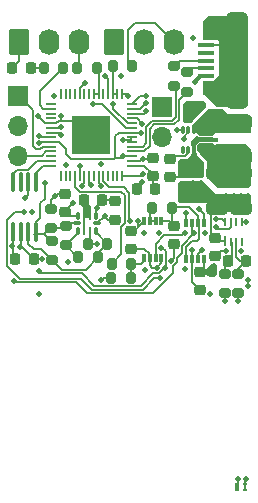
<source format=gtl>
G04 #@! TF.GenerationSoftware,KiCad,Pcbnew,(6.0.7)*
G04 #@! TF.CreationDate,2022-10-27T11:55:22+02:00*
G04 #@! TF.ProjectId,soilMoistureSensor,736f696c-4d6f-4697-9374-75726553656e,rev?*
G04 #@! TF.SameCoordinates,Original*
G04 #@! TF.FileFunction,Copper,L1,Top*
G04 #@! TF.FilePolarity,Positive*
%FSLAX46Y46*%
G04 Gerber Fmt 4.6, Leading zero omitted, Abs format (unit mm)*
G04 Created by KiCad (PCBNEW (6.0.7)) date 2022-10-27 11:55:22*
%MOMM*%
%LPD*%
G01*
G04 APERTURE LIST*
G04 Aperture macros list*
%AMRoundRect*
0 Rectangle with rounded corners*
0 $1 Rounding radius*
0 $2 $3 $4 $5 $6 $7 $8 $9 X,Y pos of 4 corners*
0 Add a 4 corners polygon primitive as box body*
4,1,4,$2,$3,$4,$5,$6,$7,$8,$9,$2,$3,0*
0 Add four circle primitives for the rounded corners*
1,1,$1+$1,$2,$3*
1,1,$1+$1,$4,$5*
1,1,$1+$1,$6,$7*
1,1,$1+$1,$8,$9*
0 Add four rect primitives between the rounded corners*
20,1,$1+$1,$2,$3,$4,$5,0*
20,1,$1+$1,$4,$5,$6,$7,0*
20,1,$1+$1,$6,$7,$8,$9,0*
20,1,$1+$1,$8,$9,$2,$3,0*%
G04 Aperture macros list end*
G04 #@! TA.AperFunction,SMDPad,CuDef*
%ADD10RoundRect,0.250000X-0.650000X0.325000X-0.650000X-0.325000X0.650000X-0.325000X0.650000X0.325000X0*%
G04 #@! TD*
G04 #@! TA.AperFunction,SMDPad,CuDef*
%ADD11RoundRect,0.225000X-0.225000X-0.250000X0.225000X-0.250000X0.225000X0.250000X-0.225000X0.250000X0*%
G04 #@! TD*
G04 #@! TA.AperFunction,SMDPad,CuDef*
%ADD12RoundRect,0.250000X1.100000X-0.325000X1.100000X0.325000X-1.100000X0.325000X-1.100000X-0.325000X0*%
G04 #@! TD*
G04 #@! TA.AperFunction,SMDPad,CuDef*
%ADD13RoundRect,0.200000X-0.275000X0.200000X-0.275000X-0.200000X0.275000X-0.200000X0.275000X0.200000X0*%
G04 #@! TD*
G04 #@! TA.AperFunction,SMDPad,CuDef*
%ADD14R,0.300000X0.800000*%
G04 #@! TD*
G04 #@! TA.AperFunction,SMDPad,CuDef*
%ADD15RoundRect,0.200000X0.200000X0.275000X-0.200000X0.275000X-0.200000X-0.275000X0.200000X-0.275000X0*%
G04 #@! TD*
G04 #@! TA.AperFunction,SMDPad,CuDef*
%ADD16RoundRect,0.200000X-0.200000X-0.275000X0.200000X-0.275000X0.200000X0.275000X-0.200000X0.275000X0*%
G04 #@! TD*
G04 #@! TA.AperFunction,SMDPad,CuDef*
%ADD17RoundRect,0.225000X0.250000X-0.225000X0.250000X0.225000X-0.250000X0.225000X-0.250000X-0.225000X0*%
G04 #@! TD*
G04 #@! TA.AperFunction,SMDPad,CuDef*
%ADD18R,1.400000X0.400000*%
G04 #@! TD*
G04 #@! TA.AperFunction,ComponentPad*
%ADD19O,1.900000X1.050000*%
G04 #@! TD*
G04 #@! TA.AperFunction,SMDPad,CuDef*
%ADD20R,1.450000X1.150000*%
G04 #@! TD*
G04 #@! TA.AperFunction,SMDPad,CuDef*
%ADD21R,1.900000X1.750000*%
G04 #@! TD*
G04 #@! TA.AperFunction,SMDPad,CuDef*
%ADD22RoundRect,0.218750X0.218750X0.381250X-0.218750X0.381250X-0.218750X-0.381250X0.218750X-0.381250X0*%
G04 #@! TD*
G04 #@! TA.AperFunction,SMDPad,CuDef*
%ADD23RoundRect,0.225000X-0.250000X0.225000X-0.250000X-0.225000X0.250000X-0.225000X0.250000X0.225000X0*%
G04 #@! TD*
G04 #@! TA.AperFunction,SMDPad,CuDef*
%ADD24RoundRect,0.250000X-0.850000X0.375000X-0.850000X-0.375000X0.850000X-0.375000X0.850000X0.375000X0*%
G04 #@! TD*
G04 #@! TA.AperFunction,SMDPad,CuDef*
%ADD25RoundRect,0.100000X0.100000X-0.712500X0.100000X0.712500X-0.100000X0.712500X-0.100000X-0.712500X0*%
G04 #@! TD*
G04 #@! TA.AperFunction,SMDPad,CuDef*
%ADD26RoundRect,0.225000X0.225000X0.250000X-0.225000X0.250000X-0.225000X-0.250000X0.225000X-0.250000X0*%
G04 #@! TD*
G04 #@! TA.AperFunction,SMDPad,CuDef*
%ADD27RoundRect,0.062500X0.062500X-0.337500X0.062500X0.337500X-0.062500X0.337500X-0.062500X-0.337500X0*%
G04 #@! TD*
G04 #@! TA.AperFunction,SMDPad,CuDef*
%ADD28RoundRect,0.062500X0.062500X-0.287500X0.062500X0.287500X-0.062500X0.287500X-0.062500X-0.287500X0*%
G04 #@! TD*
G04 #@! TA.AperFunction,SMDPad,CuDef*
%ADD29RoundRect,0.218750X-0.218750X-0.256250X0.218750X-0.256250X0.218750X0.256250X-0.218750X0.256250X0*%
G04 #@! TD*
G04 #@! TA.AperFunction,SMDPad,CuDef*
%ADD30RoundRect,0.200000X-0.525000X0.200000X-0.525000X-0.200000X0.525000X-0.200000X0.525000X0.200000X0*%
G04 #@! TD*
G04 #@! TA.AperFunction,SMDPad,CuDef*
%ADD31RoundRect,0.075000X-0.075000X0.225000X-0.075000X-0.225000X0.075000X-0.225000X0.075000X0.225000X0*%
G04 #@! TD*
G04 #@! TA.AperFunction,SMDPad,CuDef*
%ADD32RoundRect,0.075000X-0.787500X0.075000X-0.787500X-0.075000X0.787500X-0.075000X0.787500X0.075000X0*%
G04 #@! TD*
G04 #@! TA.AperFunction,SMDPad,CuDef*
%ADD33RoundRect,0.200000X0.275000X-0.200000X0.275000X0.200000X-0.275000X0.200000X-0.275000X-0.200000X0*%
G04 #@! TD*
G04 #@! TA.AperFunction,SMDPad,CuDef*
%ADD34RoundRect,0.218750X0.256250X-0.218750X0.256250X0.218750X-0.256250X0.218750X-0.256250X-0.218750X0*%
G04 #@! TD*
G04 #@! TA.AperFunction,ComponentPad*
%ADD35R,1.700000X1.700000*%
G04 #@! TD*
G04 #@! TA.AperFunction,ComponentPad*
%ADD36O,1.700000X1.700000*%
G04 #@! TD*
G04 #@! TA.AperFunction,SMDPad,CuDef*
%ADD37RoundRect,0.050000X-0.050000X0.387500X-0.050000X-0.387500X0.050000X-0.387500X0.050000X0.387500X0*%
G04 #@! TD*
G04 #@! TA.AperFunction,SMDPad,CuDef*
%ADD38RoundRect,0.050000X-0.387500X0.050000X-0.387500X-0.050000X0.387500X-0.050000X0.387500X0.050000X0*%
G04 #@! TD*
G04 #@! TA.AperFunction,SMDPad,CuDef*
%ADD39R,3.200000X3.200000*%
G04 #@! TD*
G04 #@! TA.AperFunction,SMDPad,CuDef*
%ADD40R,0.400000X0.250000*%
G04 #@! TD*
G04 #@! TA.AperFunction,SMDPad,CuDef*
%ADD41R,0.400000X0.700000*%
G04 #@! TD*
G04 #@! TA.AperFunction,SMDPad,CuDef*
%ADD42RoundRect,0.062500X-0.062500X0.237500X-0.062500X-0.237500X0.062500X-0.237500X0.062500X0.237500X0*%
G04 #@! TD*
G04 #@! TA.AperFunction,SMDPad,CuDef*
%ADD43RoundRect,0.087500X-0.212500X0.087500X-0.212500X-0.087500X0.212500X-0.087500X0.212500X0.087500X0*%
G04 #@! TD*
G04 #@! TA.AperFunction,ComponentPad*
%ADD44RoundRect,0.250000X-0.620000X-0.845000X0.620000X-0.845000X0.620000X0.845000X-0.620000X0.845000X0*%
G04 #@! TD*
G04 #@! TA.AperFunction,ComponentPad*
%ADD45O,1.740000X2.190000*%
G04 #@! TD*
G04 #@! TA.AperFunction,ViaPad*
%ADD46C,0.500000*%
G04 #@! TD*
G04 #@! TA.AperFunction,Conductor*
%ADD47C,0.127000*%
G04 #@! TD*
G04 #@! TA.AperFunction,Conductor*
%ADD48C,0.200000*%
G04 #@! TD*
G04 #@! TA.AperFunction,Conductor*
%ADD49C,0.500000*%
G04 #@! TD*
G04 #@! TA.AperFunction,Conductor*
%ADD50C,0.300000*%
G04 #@! TD*
G04 APERTURE END LIST*
D10*
X233300000Y-52425000D03*
X233300000Y-55375000D03*
D11*
X216225000Y-59700000D03*
X217775000Y-59700000D03*
D12*
X234900000Y-51075000D03*
X234900000Y-48125000D03*
D13*
X219300000Y-58150000D03*
X219300000Y-59800000D03*
D14*
X232196428Y-56625000D03*
X231696428Y-56625000D03*
X231196428Y-56625000D03*
X230696428Y-56625000D03*
X230696428Y-59725000D03*
X231196428Y-59725000D03*
X231696428Y-59725000D03*
X232196428Y-59725000D03*
D15*
X224021428Y-58400000D03*
X222371428Y-58400000D03*
D16*
X224375000Y-60100000D03*
X226025000Y-60100000D03*
D17*
X229300000Y-52775000D03*
X229300000Y-51225000D03*
D18*
X232350000Y-44200000D03*
X232350000Y-43550000D03*
X232350000Y-42900000D03*
X232350000Y-42250000D03*
X232350000Y-41600000D03*
D19*
X235000000Y-46475000D03*
D20*
X232770000Y-40580000D03*
X232770000Y-45220000D03*
D19*
X235000000Y-39325000D03*
D21*
X235000000Y-44025000D03*
X235000000Y-41775000D03*
D15*
X226000000Y-61300000D03*
X224350000Y-61300000D03*
D11*
X234225000Y-59850000D03*
X235775000Y-59850000D03*
D22*
X232962500Y-47600000D03*
X230837500Y-47600000D03*
D23*
X233150000Y-57925000D03*
X233150000Y-59475000D03*
D17*
X220446428Y-55750000D03*
X220446428Y-54200000D03*
D13*
X219246428Y-55450000D03*
X219246428Y-57100000D03*
D24*
X231100000Y-52225000D03*
X231100000Y-54375000D03*
D25*
X216025000Y-57432500D03*
X216675000Y-57432500D03*
X217325000Y-57432500D03*
X217975000Y-57432500D03*
X217975000Y-53207500D03*
X217325000Y-53207500D03*
X216675000Y-53207500D03*
X216025000Y-53207500D03*
D26*
X228075000Y-53800000D03*
X226525000Y-53800000D03*
D15*
X220290476Y-43500000D03*
X218640476Y-43500000D03*
D27*
X233950000Y-58200000D03*
D28*
X234450000Y-58250000D03*
X234950000Y-58250000D03*
X235450000Y-58250000D03*
X235450000Y-56550000D03*
X234950000Y-56550000D03*
X234450000Y-56550000D03*
X233950000Y-56550000D03*
D29*
X215977976Y-43500000D03*
X217552976Y-43500000D03*
D13*
X229700000Y-43375000D03*
X229700000Y-45025000D03*
D30*
X232387500Y-48850000D03*
D31*
X231337500Y-48750000D03*
X230887500Y-48750000D03*
X230437500Y-48750000D03*
X230437500Y-50450000D03*
X230887500Y-50450000D03*
X231337500Y-50450000D03*
D30*
X232387500Y-50350000D03*
D32*
X232525000Y-49600000D03*
D33*
X233950000Y-62625000D03*
X233950000Y-60975000D03*
D34*
X227900000Y-52687500D03*
X227900000Y-51112500D03*
D10*
X235300000Y-52425000D03*
X235300000Y-55375000D03*
D23*
X229646428Y-56900000D03*
X229646428Y-58450000D03*
D13*
X230800000Y-43875000D03*
X230800000Y-45525000D03*
D23*
X226046428Y-57300000D03*
X226046428Y-58850000D03*
D14*
X227096428Y-59625000D03*
X227596428Y-59625000D03*
X228096428Y-59625000D03*
X228596428Y-59625000D03*
X228596428Y-56525000D03*
X228096428Y-56525000D03*
X227596428Y-56525000D03*
X227096428Y-56525000D03*
D16*
X221450000Y-43500000D03*
X223100000Y-43500000D03*
D35*
X216475000Y-45875000D03*
D36*
X216475000Y-48415000D03*
X216475000Y-50955000D03*
D16*
X221575000Y-59500000D03*
X223225000Y-59500000D03*
D23*
X231900000Y-60775000D03*
X231900000Y-62325000D03*
D17*
X224700000Y-56375000D03*
X224700000Y-54825000D03*
D33*
X235100000Y-62625000D03*
X235100000Y-60975000D03*
D37*
X225275000Y-45762500D03*
X224875000Y-45762500D03*
X224475000Y-45762500D03*
X224075000Y-45762500D03*
X223675000Y-45762500D03*
X223275000Y-45762500D03*
X222875000Y-45762500D03*
X222475000Y-45762500D03*
X222075000Y-45762500D03*
X221675000Y-45762500D03*
X221275000Y-45762500D03*
X220875000Y-45762500D03*
X220475000Y-45762500D03*
X220075000Y-45762500D03*
D38*
X219237500Y-46600000D03*
X219237500Y-47000000D03*
X219237500Y-47400000D03*
X219237500Y-47800000D03*
X219237500Y-48200000D03*
X219237500Y-48600000D03*
X219237500Y-49000000D03*
X219237500Y-49400000D03*
X219237500Y-49800000D03*
X219237500Y-50200000D03*
X219237500Y-50600000D03*
X219237500Y-51000000D03*
X219237500Y-51400000D03*
X219237500Y-51800000D03*
D37*
X220075000Y-52637500D03*
X220475000Y-52637500D03*
X220875000Y-52637500D03*
X221275000Y-52637500D03*
X221675000Y-52637500D03*
X222075000Y-52637500D03*
X222475000Y-52637500D03*
X222875000Y-52637500D03*
X223275000Y-52637500D03*
X223675000Y-52637500D03*
X224075000Y-52637500D03*
X224475000Y-52637500D03*
X224875000Y-52637500D03*
X225275000Y-52637500D03*
D38*
X226112500Y-51800000D03*
X226112500Y-51400000D03*
X226112500Y-51000000D03*
X226112500Y-50600000D03*
X226112500Y-50200000D03*
X226112500Y-49800000D03*
X226112500Y-49400000D03*
X226112500Y-49000000D03*
X226112500Y-48600000D03*
X226112500Y-48200000D03*
X226112500Y-47800000D03*
X226112500Y-47400000D03*
X226112500Y-47000000D03*
X226112500Y-46600000D03*
D39*
X222675000Y-49200000D03*
D40*
X235700000Y-79225000D03*
X235700000Y-78775000D03*
D41*
X235000000Y-79000000D03*
D15*
X226125000Y-43400000D03*
X224475000Y-43400000D03*
D11*
X222025000Y-54700000D03*
X223575000Y-54700000D03*
D15*
X229471428Y-55375000D03*
X227821428Y-55375000D03*
D13*
X220496428Y-56875000D03*
X220496428Y-58525000D03*
D31*
X223046428Y-56075000D03*
D42*
X222546428Y-56075000D03*
X222046428Y-56075000D03*
D31*
X221546428Y-56075000D03*
D43*
X221421428Y-56700000D03*
D31*
X221546428Y-57325000D03*
D42*
X222046428Y-57325000D03*
X222546428Y-57325000D03*
D31*
X223046428Y-57325000D03*
D43*
X223171428Y-56700000D03*
D35*
X228650000Y-46850000D03*
D36*
X228650000Y-49390000D03*
D44*
X224575000Y-41320000D03*
D45*
X227115000Y-41320000D03*
X229655000Y-41320000D03*
D44*
X216575000Y-41320000D03*
D45*
X219115000Y-41320000D03*
X221655000Y-41320000D03*
D46*
X220100000Y-48500000D03*
X216660000Y-58711127D03*
X218448500Y-59700000D03*
X223100000Y-55400000D03*
X234100000Y-58998500D03*
X226950000Y-53150000D03*
X233200000Y-51300000D03*
X219564176Y-54391471D03*
X227100000Y-57500000D03*
X220492623Y-51723186D03*
X235900000Y-62000000D03*
X218140000Y-47600000D03*
X235350000Y-59000000D03*
X232250000Y-57500000D03*
X223500000Y-51700000D03*
X223500000Y-49700000D03*
X234700000Y-53400000D03*
X235900000Y-61501500D03*
X229390000Y-59867010D03*
X228400000Y-57500000D03*
X235300000Y-53400000D03*
X232600000Y-51300000D03*
X231188873Y-58911127D03*
X225200000Y-44200000D03*
X228238873Y-60438873D03*
X220100000Y-47600000D03*
X223400000Y-48700000D03*
X235900000Y-53400000D03*
X234100000Y-53400000D03*
X232700000Y-39600000D03*
X230700000Y-55800000D03*
X235700000Y-40500000D03*
X223500000Y-61500000D03*
X219500000Y-45900000D03*
X235746500Y-56550000D03*
X215973373Y-58573373D03*
X234100000Y-54400000D03*
X231950000Y-53300000D03*
X235300000Y-54400000D03*
X227000000Y-52500000D03*
X225773498Y-45900000D03*
X221700000Y-51800000D03*
X234700000Y-54400000D03*
X227000000Y-51200000D03*
X222100000Y-44800000D03*
X231250000Y-53300000D03*
X225326500Y-49600000D03*
X218200000Y-49300000D03*
X235900000Y-54400000D03*
X232100000Y-46600000D03*
X230900000Y-46600000D03*
X231500000Y-46600000D03*
X231300000Y-41000000D03*
X225326500Y-51000000D03*
X218200000Y-49926503D03*
X226860000Y-49000000D03*
X229900000Y-48800000D03*
X230500000Y-49550000D03*
X233062500Y-60937500D03*
X220700000Y-60000000D03*
X226600000Y-56500000D03*
X222300000Y-55400000D03*
X231760000Y-55500000D03*
X227200000Y-60600000D03*
X233050000Y-60301500D03*
X217630000Y-55740000D03*
X230588873Y-60538873D03*
X231400000Y-44700000D03*
X220098498Y-49200000D03*
X227299959Y-45891483D03*
X227302996Y-46517978D03*
X227299771Y-47200000D03*
X226933897Y-48255931D03*
X224500000Y-46600000D03*
X222800000Y-46600000D03*
X223488873Y-53511127D03*
X221850000Y-53500000D03*
X233250000Y-57000000D03*
X222650000Y-53450000D03*
X233250000Y-56350000D03*
X225974072Y-56473159D03*
X223100000Y-58400000D03*
X216100000Y-61600000D03*
X231360000Y-57500000D03*
X232069373Y-58948498D03*
X218200000Y-60700000D03*
X228865271Y-60450278D03*
X228550000Y-58777070D03*
X216960000Y-55740000D03*
X228506716Y-61326863D03*
X218700000Y-53300000D03*
X221100000Y-54960000D03*
X223788873Y-56088873D03*
X217040000Y-54550000D03*
X232750000Y-62700000D03*
X218200000Y-62700000D03*
X230600000Y-57500000D03*
X223800000Y-44200000D03*
X235100000Y-63250000D03*
X235750000Y-78300000D03*
X235050000Y-78300000D03*
X233950000Y-63250000D03*
D47*
X219237500Y-48600000D02*
X220000000Y-48600000D01*
X220000000Y-48600000D02*
X220100000Y-48500000D01*
X230696428Y-55803572D02*
X230700000Y-55800000D01*
X235300000Y-51475000D02*
X234900000Y-51075000D01*
X235300000Y-52800000D02*
X235900000Y-53400000D01*
X235746500Y-56550000D02*
X235450000Y-56550000D01*
X224350000Y-61300000D02*
X223700000Y-61300000D01*
X232700000Y-39600000D02*
X232700000Y-40710000D01*
X229646428Y-59610582D02*
X229646428Y-58450000D01*
X227838873Y-60438873D02*
X227596428Y-60196428D01*
X227596428Y-59296428D02*
X227596428Y-59625000D01*
X219237500Y-48200000D02*
X218740000Y-48200000D01*
X215977976Y-43500000D02*
X216575000Y-42902976D01*
X227150000Y-58850000D02*
X227596428Y-59296428D01*
X233300000Y-52425000D02*
X235300000Y-52425000D01*
X231196428Y-59725000D02*
X231196428Y-58918682D01*
X219700000Y-48200000D02*
X219900000Y-48000000D01*
X228238873Y-60438873D02*
X228596428Y-60081318D01*
X233300000Y-52425000D02*
X233300000Y-51400000D01*
X233120000Y-40780000D02*
X233050000Y-40710000D01*
X231196428Y-61646428D02*
X231196428Y-59725000D01*
X233150000Y-59450000D02*
X233150000Y-59475000D01*
X224275000Y-54700000D02*
X224700000Y-55125000D01*
X219246428Y-54709219D02*
X219755647Y-54200000D01*
X219237500Y-48200000D02*
X219700000Y-48200000D01*
X234025000Y-46675000D02*
X235000000Y-46675000D01*
X221475000Y-48000000D02*
X222675000Y-49200000D01*
X233601500Y-58998500D02*
X233150000Y-59450000D01*
X233300000Y-52425000D02*
X234100000Y-53225000D01*
X219246428Y-55450000D02*
X219246428Y-54709219D01*
X234975000Y-41600000D02*
X235350000Y-41975000D01*
X216675000Y-57587500D02*
X216675000Y-58600000D01*
X216575000Y-42902976D02*
X216575000Y-41320000D01*
X228238873Y-60438873D02*
X227838873Y-60438873D01*
X220446428Y-54200000D02*
X219755647Y-54200000D01*
X232387500Y-51087500D02*
X232600000Y-51300000D01*
X218740000Y-48200000D02*
X218140000Y-47600000D01*
X232387500Y-50350000D02*
X232387500Y-51087500D01*
X220100000Y-48000000D02*
X221475000Y-48000000D01*
X220100000Y-48000000D02*
X220100000Y-47600000D01*
X229390000Y-59867010D02*
X229646428Y-59610582D01*
X235000000Y-46675000D02*
X235000000Y-40600000D01*
X235300000Y-52425000D02*
X235300000Y-53400000D01*
X235420000Y-40780000D02*
X233120000Y-40780000D01*
X235300000Y-52425000D02*
X235300000Y-51475000D01*
X223046428Y-56075000D02*
X223046428Y-55453572D01*
X231900000Y-62325000D02*
X231875000Y-62325000D01*
X223046428Y-55453572D02*
X223500000Y-55000000D01*
X233300000Y-51400000D02*
X233200000Y-51300000D01*
X223675000Y-54700000D02*
X224275000Y-54700000D01*
X235300000Y-52425000D02*
X235300000Y-52800000D01*
X228596428Y-60081318D02*
X228596428Y-59625000D01*
X232770000Y-45420000D02*
X234025000Y-46675000D01*
X235700000Y-40500000D02*
X235420000Y-40780000D01*
X235700000Y-40500000D02*
X235600000Y-40600000D01*
X234100000Y-58998500D02*
X233601500Y-58998500D01*
X230696428Y-56625000D02*
X230696428Y-55803572D01*
X216675000Y-58600000D02*
X217775000Y-59700000D01*
X235300000Y-52800000D02*
X234700000Y-53400000D01*
X226046428Y-58850000D02*
X227150000Y-58850000D01*
X235000000Y-40600000D02*
X235000000Y-39525000D01*
X226950000Y-53150000D02*
X226525000Y-53575000D01*
X232900000Y-41600000D02*
X234975000Y-41600000D01*
X234100000Y-53225000D02*
X234100000Y-53400000D01*
X231875000Y-62325000D02*
X231196428Y-61646428D01*
X223700000Y-61300000D02*
X223500000Y-61500000D01*
X218448500Y-59700000D02*
X217775000Y-59700000D01*
X231196428Y-58918682D02*
X231188873Y-58911127D01*
X219755647Y-54200000D02*
X219564176Y-54391471D01*
X226525000Y-53575000D02*
X226525000Y-53800000D01*
X219900000Y-48000000D02*
X220100000Y-48000000D01*
X227596428Y-60196428D02*
X227596428Y-59625000D01*
X226862500Y-52637500D02*
X225275000Y-52637500D01*
X227000000Y-51200000D02*
X227812500Y-51200000D01*
X225275000Y-45762500D02*
X225635998Y-45762500D01*
X234975000Y-55375000D02*
X234700000Y-55100000D01*
X221675000Y-51825000D02*
X221700000Y-51800000D01*
X235300000Y-55375000D02*
X235300000Y-54400000D01*
X216025000Y-57587500D02*
X216025000Y-58625000D01*
X225912500Y-49600000D02*
X226112500Y-49800000D01*
X235900000Y-55000000D02*
X235900000Y-54400000D01*
X218300000Y-49400000D02*
X218200000Y-49300000D01*
X235300000Y-55375000D02*
X235525000Y-55375000D01*
X227000000Y-52500000D02*
X226862500Y-52637500D01*
X231100000Y-54375000D02*
X231100000Y-53450000D01*
X233425000Y-58200000D02*
X233150000Y-57925000D01*
X216025000Y-58625000D02*
X215973373Y-58573373D01*
X227812500Y-51200000D02*
X227900000Y-51112500D01*
X221675000Y-45225000D02*
X222100000Y-44800000D01*
X231950000Y-53300000D02*
X231950000Y-53525000D01*
X221675000Y-52637500D02*
X221675000Y-51825000D01*
X232800000Y-55875000D02*
X232800000Y-57575000D01*
X227000000Y-51200000D02*
X226800000Y-51400000D01*
X234700000Y-55100000D02*
X234700000Y-54400000D01*
X226800000Y-51400000D02*
X226112500Y-51400000D01*
X219237500Y-49400000D02*
X218300000Y-49400000D01*
X235300000Y-55375000D02*
X234975000Y-55375000D01*
X235800000Y-55100000D02*
X235900000Y-55000000D01*
X216025000Y-58625000D02*
X216025000Y-59500000D01*
X225635998Y-45762500D02*
X225773498Y-45900000D01*
X233950000Y-58200000D02*
X233425000Y-58200000D01*
X221675000Y-45762500D02*
X221675000Y-45225000D01*
X234100000Y-54400000D02*
X234100000Y-54575000D01*
X225912500Y-49600000D02*
X226112500Y-49400000D01*
X234100000Y-54575000D02*
X233300000Y-55375000D01*
X232800000Y-57575000D02*
X233150000Y-57925000D01*
X231950000Y-53525000D02*
X231100000Y-54375000D01*
X225326500Y-49600000D02*
X225912500Y-49600000D01*
X233300000Y-55375000D02*
X232800000Y-55875000D01*
X216025000Y-59500000D02*
X216225000Y-59700000D01*
X231100000Y-53450000D02*
X231250000Y-53300000D01*
X235525000Y-55375000D02*
X235800000Y-55100000D01*
X227900000Y-52550000D02*
X227900000Y-52687500D01*
X227875000Y-53900000D02*
X227875000Y-52712500D01*
X227150000Y-51800000D02*
X227900000Y-52550000D01*
X226112500Y-51800000D02*
X227150000Y-51800000D01*
X227875000Y-52712500D02*
X227900000Y-52687500D01*
X230837500Y-46662500D02*
X230900000Y-46600000D01*
X231500000Y-46600000D02*
X230837500Y-47262500D01*
X232100000Y-46600000D02*
X231100000Y-47600000D01*
X231500000Y-46600000D02*
X232100000Y-46600000D01*
X231100000Y-47600000D02*
X230837500Y-47600000D01*
X230837500Y-47600000D02*
X230837500Y-46662500D01*
X230837500Y-47262500D02*
X230837500Y-47600000D01*
D48*
X229300000Y-52775000D02*
X230550000Y-52775000D01*
D47*
X230525000Y-52800000D02*
X231100000Y-52225000D01*
X231100000Y-52225000D02*
X231337500Y-51987500D01*
X232525000Y-49600000D02*
X231600000Y-49600000D01*
X231600000Y-49600000D02*
X231337500Y-49862500D01*
X229575000Y-52800000D02*
X230525000Y-52800000D01*
X231337500Y-51987500D02*
X231337500Y-50450000D01*
X231337500Y-49862500D02*
X231337500Y-50450000D01*
D48*
X230550000Y-52775000D02*
X231100000Y-52225000D01*
X230614592Y-51000000D02*
X229525000Y-51000000D01*
X229525000Y-51000000D02*
X229300000Y-51225000D01*
X230887500Y-50727092D02*
X230614592Y-51000000D01*
X230887500Y-50450000D02*
X230887500Y-50727092D01*
X226112500Y-49000000D02*
X225000000Y-49000000D01*
X225203500Y-51123000D02*
X225326500Y-51000000D01*
X220900000Y-51200000D02*
X224600000Y-51200000D01*
X224677000Y-51123000D02*
X225203500Y-51123000D01*
X224600000Y-51200000D02*
X224677000Y-51123000D01*
D47*
X226112500Y-51000000D02*
X225326500Y-51000000D01*
D48*
X219237500Y-49800000D02*
X219900000Y-49800000D01*
D47*
X226112500Y-49000000D02*
X226860000Y-49000000D01*
D48*
X224700000Y-51100000D02*
X224677000Y-51123000D01*
D47*
X218326503Y-49800000D02*
X218200000Y-49926503D01*
D48*
X224700000Y-49300000D02*
X224700000Y-51100000D01*
X220500000Y-50800000D02*
X220900000Y-51200000D01*
X219900000Y-49800000D02*
X220500000Y-50400000D01*
X225000000Y-49000000D02*
X224700000Y-49300000D01*
D47*
X219237500Y-49800000D02*
X218326503Y-49800000D01*
D48*
X220500000Y-50400000D02*
X220500000Y-50800000D01*
D47*
X229900000Y-48800000D02*
X230387500Y-48800000D01*
X230387500Y-48800000D02*
X230437500Y-48750000D01*
X230500000Y-49550000D02*
X230500000Y-49362974D01*
X230500000Y-49362974D02*
X230887500Y-48975474D01*
X230887500Y-48975474D02*
X230887500Y-48750000D01*
D49*
X232575000Y-60775000D02*
X231900000Y-60775000D01*
D47*
X226321428Y-57300000D02*
X226710714Y-56910714D01*
X232196428Y-59725000D02*
X232196428Y-60478572D01*
X231760000Y-55500000D02*
X232196428Y-55936428D01*
X222546428Y-55325000D02*
X222221428Y-55000000D01*
X226600000Y-56500000D02*
X226600000Y-56800000D01*
X226710714Y-56910714D02*
X227096428Y-56525000D01*
X222300000Y-55400000D02*
X222246428Y-55453572D01*
X222246428Y-55453572D02*
X222046428Y-55453572D01*
X222046428Y-55175000D02*
X222221428Y-55000000D01*
D49*
X232575000Y-60775000D02*
X232737500Y-60937500D01*
X233048500Y-60301500D02*
X232575000Y-60775000D01*
D47*
X232196428Y-55936428D02*
X232196428Y-56625000D01*
X222046428Y-57325000D02*
X222046428Y-56075000D01*
D49*
X232737500Y-60937500D02*
X233062500Y-60937500D01*
D47*
X222046428Y-55453572D02*
X222046428Y-55175000D01*
X226046428Y-57300000D02*
X226321428Y-57300000D01*
X232196428Y-60478572D02*
X231900000Y-60775000D01*
D49*
X233050000Y-60301500D02*
X233050000Y-60925000D01*
X233050000Y-60301500D02*
X233048500Y-60301500D01*
D47*
X222046428Y-56075000D02*
X222046428Y-55453572D01*
X226600000Y-56800000D02*
X226710714Y-56910714D01*
X222546428Y-56075000D02*
X222546428Y-55325000D01*
D49*
X233050000Y-60925000D02*
X233062500Y-60937500D01*
D50*
X232350000Y-44200000D02*
X231900000Y-44200000D01*
X231900000Y-44200000D02*
X231400000Y-44700000D01*
D47*
X217552976Y-43500000D02*
X218640476Y-43500000D01*
X232150000Y-43550000D02*
X231125000Y-43550000D01*
X231125000Y-43550000D02*
X230800000Y-43875000D01*
X232150000Y-42900000D02*
X230175000Y-42900000D01*
X230175000Y-42900000D02*
X229700000Y-43375000D01*
X218349465Y-50400000D02*
X218000000Y-50400000D01*
X217700000Y-50100000D02*
X217700000Y-47100000D01*
X219237500Y-50200000D02*
X218549465Y-50200000D01*
X217700000Y-47100000D02*
X216475000Y-45875000D01*
X218000000Y-50400000D02*
X217700000Y-50100000D01*
X218549465Y-50200000D02*
X218349465Y-50400000D01*
X218504882Y-50955000D02*
X216475000Y-50955000D01*
X219237500Y-50600000D02*
X218859882Y-50600000D01*
X218859882Y-50600000D02*
X218504882Y-50955000D01*
X226100000Y-43400000D02*
X225800000Y-43100000D01*
X225800000Y-40300000D02*
X226400000Y-39700000D01*
X228035000Y-39700000D02*
X229655000Y-41320000D01*
X226400000Y-39700000D02*
X228035000Y-39700000D01*
X225800000Y-43100000D02*
X225800000Y-40300000D01*
X226125000Y-43400000D02*
X226100000Y-43400000D01*
X221450000Y-43500000D02*
X221655000Y-43295000D01*
X221655000Y-43295000D02*
X221655000Y-41320000D01*
X219237500Y-49000000D02*
X219898498Y-49000000D01*
X219898498Y-49000000D02*
X220098498Y-49200000D01*
X229800000Y-45125000D02*
X229700000Y-45025000D01*
X226112500Y-50200000D02*
X227000000Y-50200000D01*
X229500000Y-48000000D02*
X229800000Y-47700000D01*
X227000000Y-50200000D02*
X227300000Y-49900000D01*
X227800000Y-48000000D02*
X229500000Y-48000000D01*
X229800000Y-47700000D02*
X229800000Y-45125000D01*
X227300000Y-48500000D02*
X227800000Y-48000000D01*
X227300000Y-49900000D02*
X227300000Y-48500000D01*
X228000000Y-48300000D02*
X229700000Y-48300000D01*
X227600000Y-48700000D02*
X227600000Y-50100000D01*
X227100000Y-50600000D02*
X226112500Y-50600000D01*
X230100000Y-46225000D02*
X230800000Y-45525000D01*
X228000000Y-48300000D02*
X227600000Y-48700000D01*
X230100000Y-47900000D02*
X230100000Y-46225000D01*
X229700000Y-48300000D02*
X230100000Y-47900000D01*
X227600000Y-50100000D02*
X227100000Y-50600000D01*
X227299959Y-45891483D02*
X226821017Y-45891483D01*
X226821017Y-45891483D02*
X226112500Y-46600000D01*
X219237500Y-47000000D02*
X218600000Y-47000000D01*
X218300000Y-45490476D02*
X220290476Y-43500000D01*
X218300000Y-46700000D02*
X218300000Y-45490476D01*
X218600000Y-47000000D02*
X218300000Y-46700000D01*
X224475000Y-45762500D02*
X224475000Y-43900000D01*
X224475000Y-45762500D02*
X224875000Y-45762500D01*
X222875000Y-45762500D02*
X223275000Y-45762500D01*
X223275000Y-43675000D02*
X223100000Y-43500000D01*
X223275000Y-45762500D02*
X223275000Y-43675000D01*
X226112500Y-47000000D02*
X226820974Y-47000000D01*
X226820974Y-47000000D02*
X227302996Y-46517978D01*
X227099771Y-47400000D02*
X226112500Y-47400000D01*
X227299771Y-47200000D02*
X227099771Y-47400000D01*
X226490118Y-47800000D02*
X226112500Y-47800000D01*
X226933897Y-48255931D02*
X226933897Y-48243779D01*
X226933897Y-48243779D02*
X226490118Y-47800000D01*
X224500000Y-46600000D02*
X224500000Y-46965118D01*
X224500000Y-46965118D02*
X225734882Y-48200000D01*
X225734882Y-48200000D02*
X226112500Y-48200000D01*
X226112500Y-48600000D02*
X225600000Y-48600000D01*
X223600000Y-46600000D02*
X222800000Y-46600000D01*
X225600000Y-48600000D02*
X223600000Y-46600000D01*
X216025000Y-52525000D02*
X216025000Y-53362500D01*
X218100000Y-51400000D02*
X217330000Y-52170000D01*
X216380000Y-52170000D02*
X216025000Y-52525000D01*
X217330000Y-52170000D02*
X216380000Y-52170000D01*
X219237500Y-51400000D02*
X218100000Y-51400000D01*
X217975000Y-53362500D02*
X217975000Y-52425000D01*
X217975000Y-52425000D02*
X218600000Y-51800000D01*
X218600000Y-51800000D02*
X219237500Y-51800000D01*
X223275000Y-52637500D02*
X223275000Y-53297254D01*
X223275000Y-53297254D02*
X223488873Y-53511127D01*
X226903572Y-60100000D02*
X227096428Y-59907144D01*
X226025000Y-60100000D02*
X226903572Y-60100000D01*
X226000000Y-61300000D02*
X226000000Y-60125000D01*
X227096428Y-59907144D02*
X227096428Y-59625000D01*
X226000000Y-60125000D02*
X226025000Y-60100000D01*
X234450000Y-57000000D02*
X234300000Y-57150000D01*
X234450000Y-56550000D02*
X234450000Y-57000000D01*
X222075000Y-53275000D02*
X221850000Y-53500000D01*
X234300000Y-57150000D02*
X233400000Y-57150000D01*
X233400000Y-57150000D02*
X233250000Y-57000000D01*
X222075000Y-52637500D02*
X222075000Y-53275000D01*
X233750000Y-56350000D02*
X233950000Y-56550000D01*
X233250000Y-56350000D02*
X233750000Y-56350000D01*
X222475000Y-53275000D02*
X222650000Y-53450000D01*
X222475000Y-52637500D02*
X222475000Y-53275000D01*
X224200000Y-53600000D02*
X223675000Y-53075000D01*
X223675000Y-53075000D02*
X223675000Y-52637500D01*
X222371428Y-58400000D02*
X223100000Y-58400000D01*
X222546428Y-58225000D02*
X222371428Y-58400000D01*
X225884500Y-54084500D02*
X225400000Y-53600000D01*
X225974072Y-56473159D02*
X225884500Y-56383587D01*
X225400000Y-53600000D02*
X224200000Y-53600000D01*
X222546428Y-57325000D02*
X222546428Y-58225000D01*
X225884500Y-56383587D02*
X225884500Y-54084500D01*
X229572462Y-60884079D02*
X227856541Y-62600000D01*
X229572462Y-60307510D02*
X229572462Y-60884079D01*
X229900428Y-59979544D02*
X229572462Y-60307510D01*
X230311928Y-58588072D02*
X230311928Y-59188072D01*
X221354000Y-61654000D02*
X216154000Y-61654000D01*
X231360000Y-57500000D02*
X231360000Y-57540000D01*
X222300000Y-62600000D02*
X221354000Y-61654000D01*
X231196428Y-57336428D02*
X231196428Y-56625000D01*
X229900428Y-59599572D02*
X229900428Y-59979544D01*
X231360000Y-57540000D02*
X230311928Y-58588072D01*
X230311928Y-59188072D02*
X229900428Y-59599572D01*
X227856541Y-62600000D02*
X222300000Y-62600000D01*
X216154000Y-61654000D02*
X216100000Y-61600000D01*
X231360000Y-57500000D02*
X231196428Y-57336428D01*
X231696428Y-56625000D02*
X231696428Y-56096428D01*
X230696428Y-58703572D02*
X231200000Y-58200000D01*
X231800000Y-58000000D02*
X231800000Y-56728572D01*
X231800000Y-56728572D02*
X231696428Y-56625000D01*
X231696428Y-56096428D02*
X230900000Y-55300000D01*
X229500000Y-56753572D02*
X229646428Y-56900000D01*
X228596428Y-56525000D02*
X229271428Y-56525000D01*
X229500000Y-55300000D02*
X229500000Y-56753572D01*
X231200000Y-58200000D02*
X231600000Y-58200000D01*
X230696428Y-59725000D02*
X230696428Y-58703572D01*
X229271428Y-56525000D02*
X229646428Y-56900000D01*
X231600000Y-58200000D02*
X231800000Y-58000000D01*
X230900000Y-55300000D02*
X229500000Y-55300000D01*
X229471428Y-56725000D02*
X229646428Y-56900000D01*
X229471428Y-55175000D02*
X229471428Y-56725000D01*
X227596428Y-55600000D02*
X227821428Y-55375000D01*
X228096428Y-56525000D02*
X227596428Y-56525000D01*
X227596428Y-56525000D02*
X227596428Y-55600000D01*
X232069373Y-58948498D02*
X231696428Y-59321443D01*
X231696428Y-59321443D02*
X231696428Y-59725000D01*
X221850000Y-60900000D02*
X218400000Y-60900000D01*
X218400000Y-60900000D02*
X218200000Y-60700000D01*
X228865271Y-60450278D02*
X228849722Y-60450278D01*
X228400000Y-60900000D02*
X227900000Y-60900000D01*
X228849722Y-60450278D02*
X228400000Y-60900000D01*
X222915500Y-61965500D02*
X221850000Y-60900000D01*
X228550000Y-58777070D02*
X228677070Y-58777070D01*
X228950000Y-60365549D02*
X228865271Y-60450278D01*
X228677070Y-58777070D02*
X228950000Y-59050000D01*
X226834500Y-61965500D02*
X222915500Y-61965500D01*
X228950000Y-59050000D02*
X228950000Y-60365549D01*
X227900000Y-60900000D02*
X226834500Y-61965500D01*
X216960000Y-55740000D02*
X216160000Y-55740000D01*
X227973137Y-61326863D02*
X228506716Y-61326863D01*
X216160000Y-55740000D02*
X215513500Y-56386500D01*
X216600000Y-61400000D02*
X221800000Y-61400000D01*
X222700000Y-62300000D02*
X227000000Y-62300000D01*
X215513500Y-60313500D02*
X216600000Y-61400000D01*
X227000000Y-62300000D02*
X227973137Y-61326863D01*
X215513500Y-56386500D02*
X215513500Y-60313500D01*
X221800000Y-61400000D02*
X222700000Y-62300000D01*
X219171428Y-57100000D02*
X218683928Y-57587500D01*
X220271428Y-57100000D02*
X220496428Y-56875000D01*
X219246428Y-57100000D02*
X219171428Y-57100000D01*
X219246428Y-57100000D02*
X220271428Y-57100000D01*
X221421428Y-56700000D02*
X220671428Y-56700000D01*
X217821428Y-57587500D02*
X218683928Y-57587500D01*
X218300000Y-55000000D02*
X218700000Y-54600000D01*
X218700000Y-54600000D02*
X218700000Y-53300000D01*
X220671428Y-56700000D02*
X220496428Y-56875000D01*
X218683928Y-57587500D02*
X219246428Y-58150000D01*
X217975000Y-57587500D02*
X217975000Y-56575000D01*
X218300000Y-56250000D02*
X218300000Y-55000000D01*
X217975000Y-56575000D02*
X218300000Y-56250000D01*
X220771428Y-56075000D02*
X220446428Y-55750000D01*
X221546428Y-56075000D02*
X220771428Y-56075000D01*
X220446428Y-55613572D02*
X220446428Y-55750000D01*
X221100000Y-54960000D02*
X220446428Y-55613572D01*
X221471428Y-59500000D02*
X220496428Y-58525000D01*
X220496428Y-58525000D02*
X221546428Y-57475000D01*
X221546428Y-57475000D02*
X221546428Y-57325000D01*
X223788873Y-56088873D02*
X223782555Y-56088873D01*
X224075000Y-56375000D02*
X224800000Y-56375000D01*
X223788873Y-56088873D02*
X224075000Y-56375000D01*
X223782555Y-56088873D02*
X223171428Y-56700000D01*
X217040000Y-54550000D02*
X217325000Y-54265000D01*
X217325000Y-54265000D02*
X217325000Y-53362500D01*
X222200000Y-60600000D02*
X223225000Y-59575000D01*
X217325000Y-57587500D02*
X217325000Y-58425000D01*
X219350000Y-59800000D02*
X220150000Y-60600000D01*
X217325000Y-58425000D02*
X217800000Y-58900000D01*
X219300000Y-59800000D02*
X219350000Y-59800000D01*
X223225000Y-59575000D02*
X223225000Y-59500000D01*
X223046428Y-57451786D02*
X223046428Y-57325000D01*
X224021428Y-58400000D02*
X223994642Y-58400000D01*
X220150000Y-60600000D02*
X222200000Y-60600000D01*
X219246428Y-59746428D02*
X219246428Y-59800000D01*
X218400000Y-58900000D02*
X219246428Y-59746428D01*
X223121428Y-59300000D02*
X224021428Y-58400000D01*
X223994642Y-58400000D02*
X223046428Y-57451786D01*
X223121428Y-59600000D02*
X223121428Y-59300000D01*
X217800000Y-58900000D02*
X218400000Y-58900000D01*
X228838165Y-57700000D02*
X228096428Y-58441737D01*
X230600000Y-57500000D02*
X230500000Y-57500000D01*
X228096428Y-58441737D02*
X228096428Y-59625000D01*
X230500000Y-57500000D02*
X230300000Y-57700000D01*
X230300000Y-57700000D02*
X228838165Y-57700000D01*
X221700000Y-54000000D02*
X221275000Y-53575000D01*
X225200000Y-57000000D02*
X225500000Y-56700000D01*
X225500000Y-54300000D02*
X225200000Y-54000000D01*
X224375000Y-60100000D02*
X225200000Y-59275000D01*
X225500000Y-56700000D02*
X225500000Y-54300000D01*
X221275000Y-53575000D02*
X221275000Y-52637500D01*
X225200000Y-54000000D02*
X221700000Y-54000000D01*
X225200000Y-59275000D02*
X225200000Y-57000000D01*
X232387500Y-48850000D02*
X232387500Y-48175000D01*
X232962500Y-47600000D02*
X233487500Y-48125000D01*
X231337500Y-48750000D02*
X232287500Y-48750000D01*
X232287500Y-48750000D02*
X232387500Y-48850000D01*
X232387500Y-48175000D02*
X232962500Y-47600000D01*
X233487500Y-48125000D02*
X234900000Y-48125000D01*
X224075000Y-44475000D02*
X224075000Y-45762500D01*
X223800000Y-44200000D02*
X224075000Y-44475000D01*
X234550000Y-59525000D02*
X234550000Y-58350000D01*
X233950000Y-60975000D02*
X233950000Y-60125000D01*
X233950000Y-60125000D02*
X234225000Y-59850000D01*
X234225000Y-59850000D02*
X234550000Y-59525000D01*
X234550000Y-58350000D02*
X234450000Y-58250000D01*
X234909500Y-58290500D02*
X234909500Y-59509500D01*
X235100000Y-60975000D02*
X235100000Y-60525000D01*
X234909500Y-59509500D02*
X235250000Y-59850000D01*
X234950000Y-58250000D02*
X234909500Y-58290500D01*
X235250000Y-59850000D02*
X235775000Y-59850000D01*
X235100000Y-60525000D02*
X235775000Y-59850000D01*
X235700000Y-79225000D02*
X235700000Y-78350000D01*
X235700000Y-78350000D02*
X235750000Y-78300000D01*
X235100000Y-63250000D02*
X235100000Y-62625000D01*
X235050000Y-78300000D02*
X235050000Y-78950000D01*
X233950000Y-62775000D02*
X233800000Y-62625000D01*
X235050000Y-78950000D02*
X235000000Y-79000000D01*
X233950000Y-63250000D02*
X233950000Y-62775000D01*
G04 #@! TA.AperFunction,Conductor*
G36*
X233818306Y-47018306D02*
G01*
X234200000Y-47400000D01*
X235874112Y-47400000D01*
X235918306Y-47418306D01*
X236181694Y-47681694D01*
X236200000Y-47725888D01*
X236200000Y-48937500D01*
X236181694Y-48981694D01*
X236137500Y-49000000D01*
X231262500Y-49000000D01*
X231218306Y-48981694D01*
X231200000Y-48937500D01*
X231200000Y-48425888D01*
X231218306Y-48381694D01*
X232581694Y-47018306D01*
X232625888Y-47000000D01*
X233774112Y-47000000D01*
X233818306Y-47018306D01*
G37*
G04 #@! TD.AperFunction*
G04 #@! TA.AperFunction,Conductor*
G36*
X232218306Y-46318306D02*
G01*
X232381694Y-46481694D01*
X232400000Y-46525888D01*
X232400000Y-46774112D01*
X232381694Y-46818306D01*
X231244194Y-47955806D01*
X231200000Y-47974112D01*
X231155806Y-47955806D01*
X230418306Y-47218306D01*
X230400000Y-47174112D01*
X230400000Y-46625888D01*
X230418306Y-46581694D01*
X230681694Y-46318306D01*
X230725888Y-46300000D01*
X232174112Y-46300000D01*
X232218306Y-46318306D01*
G37*
G04 #@! TD.AperFunction*
G04 #@! TA.AperFunction,Conductor*
G36*
X232115931Y-53120002D02*
G01*
X232136905Y-53136905D01*
X233200000Y-54200000D01*
X235947810Y-54200000D01*
X236015931Y-54220002D01*
X236036905Y-54236905D01*
X236163095Y-54363095D01*
X236197121Y-54425407D01*
X236200000Y-54452190D01*
X236200000Y-55574000D01*
X236179998Y-55642121D01*
X236126342Y-55688614D01*
X236074000Y-55700000D01*
X233352190Y-55700000D01*
X233284069Y-55679998D01*
X233263095Y-55663095D01*
X232600000Y-55000000D01*
X231863457Y-55000000D01*
X231844831Y-54998616D01*
X231843939Y-54998483D01*
X231835337Y-54995910D01*
X231826361Y-54995855D01*
X231826360Y-54995855D01*
X231763988Y-54995475D01*
X231690827Y-54995028D01*
X231682193Y-54997495D01*
X231673306Y-54998713D01*
X231673149Y-54997565D01*
X231655780Y-55000000D01*
X231036490Y-55000000D01*
X231010638Y-54995441D01*
X231010439Y-54996567D01*
X230974310Y-54990196D01*
X230963581Y-54987818D01*
X230938794Y-54981177D01*
X230928143Y-54978323D01*
X230895522Y-54981177D01*
X230891590Y-54981521D01*
X230880608Y-54982000D01*
X230334190Y-54982000D01*
X230266069Y-54961998D01*
X230245095Y-54945095D01*
X230036905Y-54736905D01*
X230002879Y-54674593D01*
X230000000Y-54647810D01*
X230000000Y-53352190D01*
X230020002Y-53284069D01*
X230036905Y-53263095D01*
X230133595Y-53166405D01*
X230195907Y-53132379D01*
X230222690Y-53129500D01*
X230498743Y-53129500D01*
X230518537Y-53131606D01*
X230522890Y-53131811D01*
X230533070Y-53134003D01*
X230563740Y-53130373D01*
X230569083Y-53130058D01*
X230569072Y-53129928D01*
X230574252Y-53129500D01*
X230579451Y-53129500D01*
X230584575Y-53128647D01*
X230584588Y-53128646D01*
X230597041Y-53126573D01*
X230602916Y-53125736D01*
X230639929Y-53121355D01*
X230650270Y-53120131D01*
X230657978Y-53116430D01*
X230666417Y-53115025D01*
X230673904Y-53110985D01*
X230712852Y-53104500D01*
X231997756Y-53104500D01*
X232002138Y-53104024D01*
X232032395Y-53100737D01*
X232046003Y-53100000D01*
X232047810Y-53100000D01*
X232115931Y-53120002D01*
G37*
G04 #@! TD.AperFunction*
G04 #@! TA.AperFunction,Conductor*
G36*
X231662791Y-49316293D02*
G01*
X231663411Y-49315408D01*
X231667403Y-49318203D01*
X231667651Y-49318306D01*
X231671756Y-49322411D01*
X231676711Y-49324721D01*
X231676713Y-49324723D01*
X231725515Y-49347479D01*
X231776429Y-49371221D01*
X231789795Y-49372981D01*
X231822093Y-49377233D01*
X231822101Y-49377233D01*
X231824125Y-49377500D01*
X231826172Y-49377500D01*
X232950874Y-49377499D01*
X232950874Y-49378853D01*
X232995760Y-49395760D01*
X233081694Y-49481694D01*
X233100000Y-49525888D01*
X233100000Y-49674112D01*
X233081694Y-49718306D01*
X232995761Y-49804239D01*
X232950875Y-49821146D01*
X232950875Y-49822500D01*
X231824126Y-49822501D01*
X231822115Y-49822766D01*
X231822110Y-49822766D01*
X231781169Y-49828155D01*
X231781168Y-49828155D01*
X231776429Y-49828779D01*
X231772095Y-49830800D01*
X231676713Y-49875277D01*
X231676711Y-49875279D01*
X231671756Y-49877589D01*
X231590089Y-49959256D01*
X231587779Y-49964211D01*
X231587777Y-49964213D01*
X231565021Y-50013015D01*
X231541279Y-50063929D01*
X231540655Y-50068670D01*
X231535267Y-50109593D01*
X231535267Y-50109601D01*
X231535000Y-50111625D01*
X231535001Y-50588374D01*
X231541279Y-50636071D01*
X231543300Y-50640405D01*
X231587777Y-50735787D01*
X231587779Y-50735789D01*
X231589337Y-50739132D01*
X231589338Y-50739134D01*
X231590089Y-50740744D01*
X231589877Y-50740843D01*
X231600000Y-50772949D01*
X231600000Y-50900000D01*
X232181694Y-51481694D01*
X232200000Y-51525888D01*
X232200000Y-51837500D01*
X232181694Y-51881694D01*
X232137500Y-51900000D01*
X230062500Y-51900000D01*
X230018306Y-51881694D01*
X230000000Y-51837500D01*
X230000000Y-51425888D01*
X230018306Y-51381694D01*
X230154194Y-51245806D01*
X230198388Y-51227500D01*
X230607019Y-51227500D01*
X230610290Y-51227586D01*
X230650976Y-51229718D01*
X230674823Y-51220565D01*
X230684211Y-51217784D01*
X230709192Y-51212474D01*
X230714508Y-51208612D01*
X230720507Y-51205941D01*
X230721501Y-51208173D01*
X230746669Y-51200000D01*
X230800000Y-51200000D01*
X231100000Y-50900000D01*
X231100000Y-50852665D01*
X231110534Y-50817941D01*
X231149831Y-50759130D01*
X231153251Y-50754012D01*
X231154452Y-50747975D01*
X231164401Y-50697957D01*
X231164401Y-50697954D01*
X231165000Y-50694944D01*
X231165000Y-50205056D01*
X231163310Y-50196557D01*
X231154452Y-50152025D01*
X231154452Y-50152024D01*
X231153251Y-50145988D01*
X231110534Y-50082059D01*
X231100000Y-50047335D01*
X231100000Y-49725888D01*
X231118306Y-49681694D01*
X231481694Y-49318306D01*
X231525888Y-49300000D01*
X231623457Y-49300000D01*
X231662791Y-49316293D01*
G37*
G04 #@! TD.AperFunction*
G04 #@! TA.AperFunction,Conductor*
G36*
X222318306Y-54818306D02*
G01*
X222481694Y-54981694D01*
X222500000Y-55025888D01*
X222500000Y-56137500D01*
X222481694Y-56181694D01*
X222437500Y-56200000D01*
X222062500Y-56200000D01*
X222018306Y-56181694D01*
X222000000Y-56137500D01*
X222000000Y-55400000D01*
X221718306Y-55118306D01*
X221700000Y-55074112D01*
X221700000Y-54862500D01*
X221718306Y-54818306D01*
X221762500Y-54800000D01*
X222274112Y-54800000D01*
X222318306Y-54818306D01*
G37*
G04 #@! TD.AperFunction*
G04 #@! TA.AperFunction,Conductor*
G36*
X235881694Y-39118306D02*
G01*
X235900000Y-39162500D01*
X235900000Y-46737500D01*
X235881694Y-46781694D01*
X235837500Y-46800000D01*
X233225888Y-46800000D01*
X233181694Y-46781694D01*
X232218306Y-45818306D01*
X232200000Y-45774112D01*
X232200000Y-45425888D01*
X232218306Y-45381694D01*
X233061563Y-44538437D01*
X233088239Y-44524178D01*
X233088024Y-44523659D01*
X233093297Y-44521475D01*
X233093564Y-44521332D01*
X233099748Y-44520102D01*
X233141922Y-44491922D01*
X233170102Y-44449748D01*
X233171332Y-44443564D01*
X233171475Y-44443297D01*
X233173659Y-44438024D01*
X233174178Y-44438239D01*
X233188437Y-44411563D01*
X233500000Y-44100000D01*
X233500000Y-41300000D01*
X233200000Y-41000000D01*
X232725888Y-41000000D01*
X232681694Y-40981694D01*
X232118306Y-40418306D01*
X232100000Y-40374112D01*
X232100000Y-39625888D01*
X232118306Y-39581694D01*
X232581694Y-39118306D01*
X232625888Y-39100000D01*
X235837500Y-39100000D01*
X235881694Y-39118306D01*
G37*
G04 #@! TD.AperFunction*
G04 #@! TA.AperFunction,Conductor*
G36*
X235815931Y-50020002D02*
G01*
X235836905Y-50036905D01*
X236163095Y-50363095D01*
X236197121Y-50425407D01*
X236200000Y-50452190D01*
X236200000Y-53347810D01*
X236179998Y-53415931D01*
X236163095Y-53436905D01*
X235936905Y-53663095D01*
X235874593Y-53697121D01*
X235847810Y-53700000D01*
X233452190Y-53700000D01*
X233384069Y-53679998D01*
X233363095Y-53663095D01*
X232486728Y-52786728D01*
X232452702Y-52724416D01*
X232450560Y-52684025D01*
X232454131Y-52651153D01*
X232454131Y-52651152D01*
X232454500Y-52647756D01*
X232454500Y-51875047D01*
X232456921Y-51850465D01*
X232458293Y-51843567D01*
X232459500Y-51837500D01*
X232459500Y-51525888D01*
X232439746Y-51426581D01*
X232421440Y-51382387D01*
X232384152Y-51326581D01*
X232368627Y-51303346D01*
X232368624Y-51303342D01*
X232365188Y-51298200D01*
X231892224Y-50825236D01*
X231858198Y-50762924D01*
X231856785Y-50755308D01*
X231848223Y-50699677D01*
X231848222Y-50699674D01*
X231847490Y-50694916D01*
X231837367Y-50662810D01*
X231836577Y-50663059D01*
X231828778Y-50645382D01*
X231826748Y-50637087D01*
X231826746Y-50637082D01*
X231825276Y-50631074D01*
X231811806Y-50602187D01*
X231800000Y-50548936D01*
X231800000Y-50208001D01*
X231820002Y-50139880D01*
X231873658Y-50093387D01*
X231926000Y-50082001D01*
X232870333Y-50082000D01*
X232950875Y-50082000D01*
X233042281Y-50063818D01*
X233042346Y-50063990D01*
X233043384Y-50063599D01*
X233050181Y-50062247D01*
X233054325Y-50059478D01*
X233055256Y-50059127D01*
X233055258Y-50059127D01*
X233080964Y-50049444D01*
X233087232Y-50047083D01*
X233092862Y-50043452D01*
X233092866Y-50043450D01*
X233122075Y-50024612D01*
X233190366Y-50004500D01*
X233351108Y-50004500D01*
X233377100Y-50001078D01*
X233393546Y-50000000D01*
X235747810Y-50000000D01*
X235815931Y-50020002D01*
G37*
G04 #@! TD.AperFunction*
M02*

</source>
